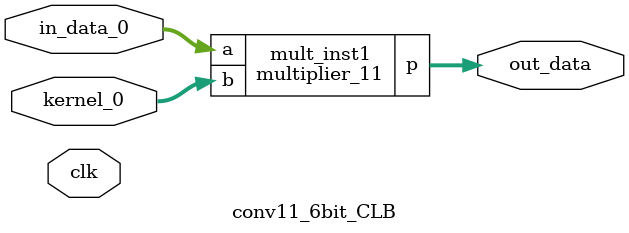
<source format=v>
module multiplier_11(input [5:0] a, b, output [11:0] p);
    reg [5:0] multiplier_reg;
    reg [11:0] result_reg;

    always @(*) begin
        multiplier_reg = b;
        result_reg = {6'b0, a};
        if (multiplier_reg[0]) result_reg = result_reg + {15'b0, a};
        if (multiplier_reg[1]) result_reg = result_reg + {14'b0, a} << 1;
        if (multiplier_reg[2]) result_reg = result_reg + {13'b0, a} << 2;
        if (multiplier_reg[3]) result_reg = result_reg + {12'b0, a} << 3;
        if (multiplier_reg[4]) result_reg = result_reg + {11'b0, a} << 4;
        if (multiplier_reg[5]) result_reg = result_reg + {10'b0, a} << 5;
    end

    assign p = result_reg;
endmodule


module conv11_6bit_CLB (
  input [5:0] in_data_0, // 输入数据
  input [5:0] kernel_0,  // 卷积核
  input clk,
  output [11:0] out_data // 输出数据
);  



  multiplier_11 mult_inst1(.a(in_data_0), .b(kernel_0), .p(out_data));



endmodule







</source>
